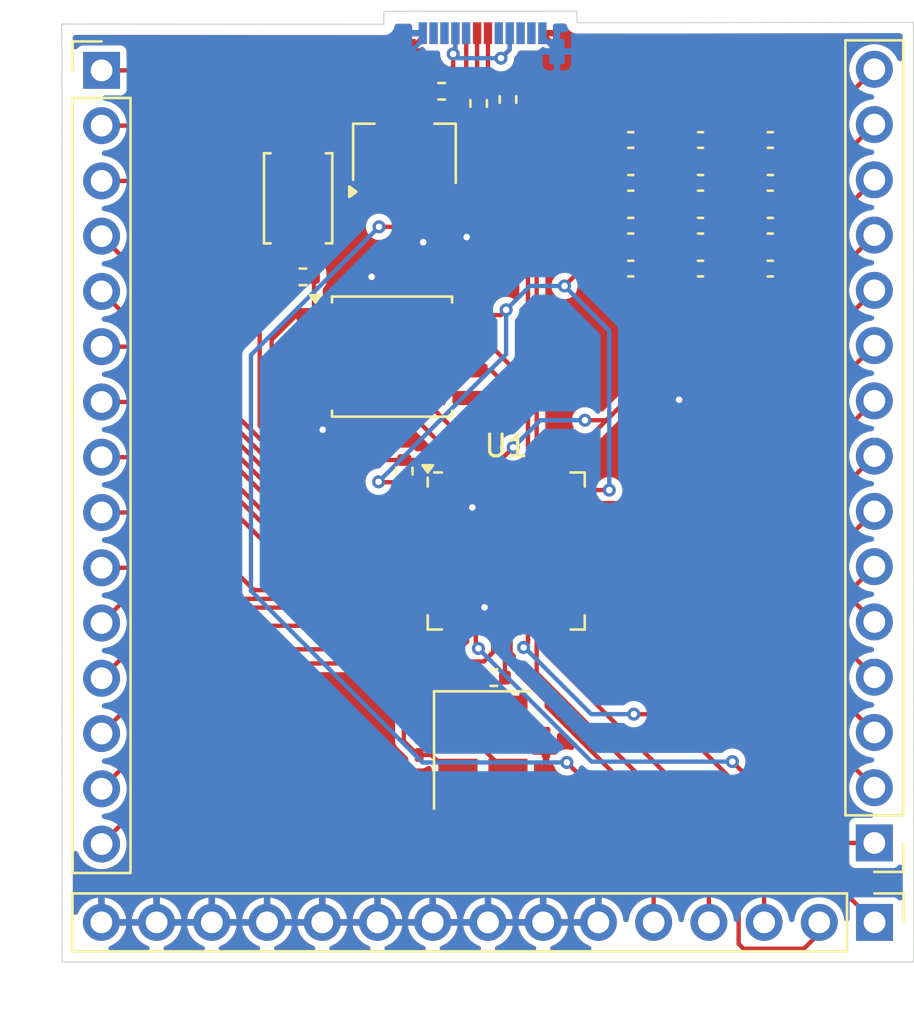
<source format=kicad_pcb>
(kicad_pcb (version 20241229) (generator "pcbnew") (generator_version "9.0")
  (layers (0 "F.Cu" signal) (2 "B.Cu" signal) (13 "F.Paste" user) (15 "B.Paste" user) (5 "F.SilkS" user "F.Silkscreen") (7 "B.SilkS" user "B.Silkscreen") (1 "F.Mask" user) (3 "B.Mask" user) (25 "Edge.Cuts" user))
  (net 0 "")
  (net 1 "GND")
  (net 2 "+3.3V")
  (net 3 "+1V1")
  (net 4 "VBUS")
  (net 5 "XIN")
  (net 6 "Net-(C16-Pad2)")
  (net 7 "3")
  (net 8 "9")
  (net 9 "5")
  (net 10 "4")
  (net 11 "6")
  (net 12 "7")
  (net 13 "12")
  (net 14 "0")
  (net 15 "13")
  (net 16 "10")
  (net 17 "8")
  (net 18 "14")
  (net 19 "2")
  (net 20 "1")
  (net 21 "11")
  (net 22 "RUN")
  (net 23 "SWCLK")
  (net 24 "SWD")
  (net 25 "ADC2")
  (net 26 "ADC1")
  (net 27 "24")
  (net 28 "19")
  (net 29 "23")
  (net 30 "ADC3")
  (net 31 "18")
  (net 32 "ADC0")
  (net 33 "16")
  (net 34 "15")
  (net 35 "21")
  (net 36 "25")
  (net 37 "22")
  (net 38 "17")
  (net 39 "20")
  (net 41 "D-")
  (net 42 "D+")
  (net 43 "Net-(P1-CC)")
  (net 44 "Net-(U1-USB_DP)")
  (net 45 "Net-(U1-USB_DM)")
  (net 46 "XOUT")
  (net 47 "SS")
  (net 48 "Net-(R6-Pad1)")
  (net 49 "SD2")
  (net 50 "SCLK")
  (net 51 "SD0")
  (net 52 "SD1")
  (net 53 "SD3")
  (footprint "Capacitor_SMD:C_0402_1005Metric_Pad0.74x0.62mm_HandSolder" (layer "F.Cu") (at 106.3675 57.36)
    (property "Reference" "C3" (hide yes))
    (property "Value" "0.1uF")
  )
  (footprint "Capacitor_SMD:C_0402_1005Metric_Pad0.74x0.62mm_HandSolder" (layer "F.Cu") (at 106.3675 59.33)
    (property "Reference" "C4" (hide yes))
    (property "Value" "0.1uF")
  )
  (footprint "Button_Switch_SMD:SW_Push_SPST_NO_Alps_SKRK" (layer "F.Cu") (at 91.07 56.1 -90)
    (property "Reference" "SW1" (hide yes))
    (property "Value" "SW_Push")
  )
  (footprint "Resistor_SMD:R_0402_1005Metric" (layer "F.Cu") (at 99.37 51.74 -90)
    (property "Reference" "R2" (hide yes))
    (property "Value" "27")
  )
  (footprint "Resistor_SMD:R_0402_1005Metric" (layer "F.Cu") (at 91.29 59.71)
    (property "Reference" "R6" (hide yes))
    (property "Value" "1K")
  )
  (footprint "Resistor_SMD:R_0402_1005Metric" (layer "F.Cu") (at 100.07 78.13)
    (property "Reference" "R4" (hide yes))
    (property "Value" "1K")
  )
  (footprint "Capacitor_SMD:C_0402_1005Metric_Pad0.74x0.62mm_HandSolder" (layer "F.Cu") (at 109.5775 55.39)
    (property "Reference" "C6" (hide yes))
    (property "Value" "0.1uF")
  )
  (footprint "Connector_USB:USB_C_Plug_Molex_105444" (layer "F.Cu") (at 99.55 48.47)
    (property "Reference" "P1" (hide yes))
    (property "Value" "USB_C_Plug_USB2.0" (hide yes))
  )
  (footprint "Package_SO:SOIC-8_5.3x5.3mm_P1.27mm" (layer "F.Cu") (at 95.3875 63.375)
    (property "Reference" "U3" (hide yes))
    (property "Value" "W25Q128JVS")
  )
  (footprint "Capacitor_SMD:C_0201_0603Metric_Pad0.64x0.40mm_HandSolder" (layer "F.Cu") (at 102.47 81.1175 90)
    (property "Reference" "C16" (hide yes))
    (property "Value" "15pF")
  )
  (footprint "Capacitor_SMD:C_0402_1005Metric_Pad0.74x0.62mm_HandSolder" (layer "F.Cu") (at 109.5775 57.36)
    (property "Reference" "C7" (hide yes))
    (property "Value" "0.1uF")
  )
  (footprint "Capacitor_SMD:C_0402_1005Metric_Pad0.74x0.62mm_HandSolder" (layer "F.Cu") (at 112.7875 53.42)
    (property "Reference" "C9" (hide yes))
    (property "Value" "1uF")
  )
  (footprint "Capacitor_SMD:C_0201_0603Metric_Pad0.64x0.40mm_HandSolder" (layer "F.Cu") (at 96.64 81.2775 -90)
    (property "Reference" "C15" (hide yes))
    (property "Value" "15pF")
  )
  (footprint "Package_DFN_QFN:QFN-56-1EP_7x7mm_P0.4mm_EP3.2x3.2mm" (layer "F.Cu") (at 100.64 72.31)
    (property "Reference" "U1")
    (property "Value" "RP2040")
  )
  (footprint "Capacitor_SMD:C_0402_1005Metric_Pad0.74x0.62mm_HandSolder" (layer "F.Cu") (at 112.7875 59.33)
    (property "Reference" "C12" (hide yes))
    (property "Value" "1uF")
  )
  (footprint "Capacitor_SMD:C_0402_1005Metric_Pad0.74x0.62mm_HandSolder" (layer "F.Cu") (at 106.3675 53.42)
    (property "Reference" "C1" (hide yes))
    (property "Value" "0.1uF")
  )
  (footprint "Crystal:Crystal_SMD_3225-4Pin_3.2x2.5mm_HandSoldering" (layer "F.Cu") (at 99.57 81.46 -90)
    (property "Reference" "Y1" (hide yes))
    (property "Value" "12MHz")
  )
  (footprint "Resistor_SMD:R_0402_1005Metric" (layer "F.Cu") (at 100.72 51.56 -90)
    (property "Reference" "R3" (hide yes))
    (property "Value" "27")
  )
  (footprint "Capacitor_SMD:C_0402_1005Metric_Pad0.74x0.62mm_HandSolder" (layer "F.Cu") (at 109.5775 53.42)
    (property "Reference" "C5" (hide yes))
    (property "Value" "0.1uF")
  )
  (footprint "Capacitor_SMD:C_0402_1005Metric_Pad0.74x0.62mm_HandSolder" (layer "F.Cu") (at 109.5775 59.33)
    (property "Reference" "C8" (hide yes))
    (property "Value" "0.1uF")
  )
  (footprint "Capacitor_SMD:C_0201_0603Metric_Pad0.64x0.40mm_HandSolder" (layer "F.Cu") (at 95.94 57.78 -90)
    (property "Reference" "C13" (hide yes))
    (property "Value" "10uF")
  )
  (footprint "Connector_PinHeader_2.54mm:PinHeader_1x15_P2.54mm_Vertical" (layer "F.Cu") (at 117.57 85.73 180)
    (property "Reference" "J3" (hide yes))
    (property "Value" "Conn_01x15" (hide yes))
  )
  (footprint "Capacitor_SMD:C_0201_0603Metric_Pad0.64x0.40mm_HandSolder" (layer "F.Cu") (at 95.94 59.5825 90)
    (property "Reference" "C14" (hide yes))
    (property "Value" "10uF")
  )
  (footprint "Connector_PinHeader_2.54mm:PinHeader_1x15_P2.54mm_Vertical" (layer "F.Cu") (at 82.03 50.22)
    (property "Reference" "J1" (hide yes))
    (property "Value" "Conn_01x15")
  )
  (footprint "Resistor_SMD:R_0402_1005Metric" (layer "F.Cu") (at 97.67 51.18 180)
    (property "Reference" "R1" (hide yes))
    (property "Value" "R")
  )
  (footprint "Capacitor_SMD:C_0402_1005Metric_Pad0.74x0.62mm_HandSolder" (layer "F.Cu") (at 112.7875 55.39)
    (property "Reference" "C10" (hide yes))
    (property "Value" "0.1uF")
  )
  (footprint "Package_TO_SOT_SMD:SOT-89-3" (layer "F.Cu") (at 95.96 54.03 90)
    (property "Reference" "U2" (hide yes))
    (property "Value" "MCP1700x-120xxMB")
  )
  (footprint "Capacitor_SMD:C_0402_1005Metric_Pad0.74x0.62mm_HandSolder" (layer "F.Cu") (at 112.7875 57.36)
    (property "Reference" "C11" (hide yes))
    (property "Value" "0.1uF")
  )
  (footprint "Connector_PinHeader_2.54mm:PinHeader_1x15_P2.54mm_Vertical" (layer "F.Cu") (at 117.58 89.38 -90)
    (property "Reference" "J2" (hide yes))
    (property "Value" "Conn_01x15")
  )
  (footprint "Resistor_SMD:R_0402_1005Metric" (layer "F.Cu") (at 95.95 68.64 90)
    (property "Reference" "R5" (hide yes))
    (property "Value" "10K")
  )
  (footprint "Capacitor_SMD:C_0402_1005Metric_Pad0.74x0.62mm_HandSolder" (layer "F.Cu") (at 106.3675 55.39)
    (property "Reference" "C2" (hide yes))
    (property "Value" "0.1uF")
  )
  (gr_line (start 103.91 48.03) (end 119.37 48.01) (stroke (width 0.05)) (layer "Edge.Cuts"))
  (gr_line (start 96.14 47.5) (end 96.46 47.5) (stroke (width 0.05)) (layer "Edge.Cuts"))
  (gr_line (start 102.78 47.5) (end 103.36 47.5) (stroke (width 0.05)) (layer "Edge.Cuts"))
  (gr_line (start 119.37 48.34) (end 119.38 91.2) (stroke (width 0.05)) (layer "Edge.Cuts"))
  (gr_line (start 103.87 47.5) (end 103.91 48.03) (stroke (width 0.05)) (layer "Edge.Cuts"))
  (gr_line (start 96.46 47.5) (end 102.78 47.5) (stroke (width 0.05)) (layer "Edge.Cuts"))
  (gr_line (start 95.01 48.1) (end 80.2 48.09) (stroke (width 0.05)) (layer "Edge.Cuts"))
  (gr_line (start 95.01 47.515) (end 96.14 47.5) (stroke (width 0.05)) (layer "Edge.Cuts"))
  (gr_line (start 80.2 48.4) (end 80.199928 48.09) (stroke (width 0.05)) (layer "Edge.Cuts"))
  (gr_line (start 119.38 91.2) (end 80.21 91.2) (stroke (width 0.05)) (layer "Edge.Cuts"))
  (gr_line (start 119.369923 48.01) (end 119.37 48.34) (stroke (width 0.05)) (layer "Edge.Cuts"))
  (gr_line (start 103.36 47.5) (end 103.87 47.5) (stroke (width 0.05)) (layer "Edge.Cuts"))
  (gr_line (start 80.21 91.2) (end 80.2 48.4) (stroke (width 0.05)) (layer "Edge.Cuts"))
  (gr_line (start 95.01 47.515) (end 95.01 48.1) (stroke (width 0.05)) (layer "Edge.Cuts"))
  (segment (start 98.82 52.84) (end 98.82 57.88) (width 0.2) (layer "F.Cu") (net 1))
  (segment (start 96.13 49.35) (end 96.8 48.68) (width 0.2) (layer "F.Cu") (net 1))
  (segment (start 102.3 48.51) (end 106.198 52.408) (width 0.2) (layer "F.Cu") (net 1))
  (segment (start 96.8 48.68) (end 96.8 48.51) (width 0.2) (layer "F.Cu") (net 1))
  (segment (start 91.8 65.28) (end 91.8 66.34) (width 0.2) (layer "F.Cu") (net 1))
  (segment (start 99.64 75.7475) (end 99.64 74.9) (width 0.2) (layer "F.Cu") (net 1))
  (segment (start 112.343 52.408) (end 113.355 53.42) (width 0.2) (layer "F.Cu") (net 1))
  (segment (start 96.7525 58.1875) (end 96.82 58.12) (width 0.2) (layer "F.Cu") (net 1))
  (segment (start 100.64 72.31) (end 99.08 70.75) (width 0.2) (layer "F.Cu") (net 1))
  (segment (start 95.94 59.175) (end 94.985 59.175) (width 0.2) (layer "F.Cu") (net 1))
  (segment (start 99.08 70.75) (end 99.08 70.31) (width 0.2) (layer "F.Cu") (net 1))
  (segment (start 98.42 80.25) (end 100.72 82.55) (width 0.2) (layer "F.Cu") (net 1))
  (segment (start 106.198 52.408) (end 112.343 52.408) (width 0.2) (layer "F.Cu") (net 1))
  (segment (start 102.47 81.525) (end 102.47 82.74) (width 0.2) (layer "F.Cu") (net 1))
  (segment (start 102.47 82.74) (end 102.3 82.91) (width 0.2) (layer "F.Cu") (net 1))
  (segment (start 95.94 58.1875) (end 96.7525 58.1875) (width 0.2) (layer "F.Cu") (net 1))
  (segment (start 100.72 82.55) (end 100.72 82.91) (width 0.2) (layer "F.Cu") (net 1))
  (segment (start 97.5 80.01) (end 96.64 80.87) (width 0.2) (layer "F.Cu") (net 1))
  (segment (start 102.3 82.91) (end 100.72 82.91) (width 0.2) (layer "F.Cu") (net 1))
  (segment (start 94.985 59.175) (end 94.45 59.71) (width 0.2) (layer "F.Cu") (net 1))
  (segment (start 91.8 66.34) (end 92.2 66.74) (width 0.2) (layer "F.Cu") (net 1))
  (segment (start 98.42 80.01) (end 98.42 80.25) (width 0.2) (layer "F.Cu") (net 1))
  (segment (start 98.42 80.01) (end 97.5 80.01) (width 0.2) (layer "F.Cu") (net 1))
  (segment (start 97.16 51.18) (end 98.82 52.84) (width 0.2) (layer "F.Cu") (net 1))
  (via (at 94.45 59.71) (size 0.6) (drill 0.3) (layers "F.Cu" "B.Cu") (net 1))
  (via (at 96.82 58.12) (size 0.6) (drill 0.3) (layers "F.Cu" "B.Cu") (net 1))
  (via (at 98.82 57.88) (size 0.6) (drill 0.3) (layers "F.Cu" "B.Cu") (net 1))
  (via (at 99.64 74.9) (size 0.6) (drill 0.3) (layers "F.Cu" "B.Cu") (net 1))
  (via (at 92.2 66.74) (size 0.6) (drill 0.3) (layers "F.Cu" "B.Cu") (net 1))
  (via (at 108.59 65.36) (size 0.6) (drill 0.3) (layers "F.Cu" "B.Cu") (net 1))
  (via (at 99.08 70.31) (size 0.6) (drill 0.3) (layers "F.Cu" "B.Cu") (net 1))
  (segment (start 97.06 57.88) (end 96.82 58.12) (width 0.2) (layer "B.Cu") (net 1))
  (segment (start 102.3 48.51) (end 102.3 48.68) (width 0.2) (layer "B.Cu") (net 1))
  (segment (start 102.3 48.68) (end 102.97 49.35) (width 0.2) (layer "B.Cu") (net 1))
  (segment (start 96.8 48.82) (end 96.32 49.3) (width 0.2) (layer "B.Cu") (net 1))
  (segment (start 98.82 57.88) (end 97.06 57.88) (width 0.2) (layer "B.Cu") (net 1))
  (segment (start 96.32 49.3) (end 94.34 49.3) (width 0.2) (layer "B.Cu") (net 1))
  (segment (start 96.8 48.51) (end 96.8 48.82) (width 0.2) (layer "B.Cu") (net 1))
  (segment (start 103.52 73.31) (end 103.15 72.94) (width 0.2) (layer "F.Cu") (net 2))
  (segment (start 98.64 74.02) (end 97.93 73.31) (width 0.2) (layer "F.Cu") (net 2))
  (segment (start 103.24 68.8725) (end 103.84875 69.48125) (width 0.2) (layer "F.Cu") (net 2))
  (segment (start 94.79 69.15) (end 94.77 69.13) (width 0.2) (layer "F.Cu") (net 2))
  (segment (start 103.84875 69.48125) (end 104.0775 69.71) (width 0.2) (layer "F.Cu") (net 2))
  (segment (start 101.151 77.57) (end 101.151 77.889) (width 0.2) (layer "F.Cu") (net 2))
  (segment (start 100.981 77.4) (end 101.151 77.57) (width 0.2) (layer "F.Cu") (net 2))
  (segment (start 105.8 59.33) (end 105.8 53.42) (width 0.2) (layer "F.Cu") (net 2))
  (segment (start 100.84 68.8725) (end 100.84 69.54) (width 0.2) (layer "F.Cu") (net 2))
  (segment (start 100.981 77.131) (end 100.981 77.4) (width 0.2) (layer "F.Cu") (net 2))
  (segment (start 98.48 69.71) (end 97.2025 69.71) (width 0.2) (layer "F.Cu") (net 2))
  (segment (start 111.609 52.809) (end 109.621 52.809) (width 0.2) (layer "F.Cu") (net 2))
  (segment (start 109.01 53.42) (end 108.399 52.809) (width 0.2) (layer "F.Cu") (net 2))
  (segment (start 108.399 52.809) (end 106.411 52.809) (width 0.2) (layer "F.Cu") (net 2))
  (segment (start 106.411 52.809) (end 105.8 53.42) (width 0.2) (layer "F.Cu") (net 2))
  (segment (start 102.84 68.8725) (end 103.24 68.8725) (width 0.2) (layer "F.Cu") (net 2))
  (segment (start 100.84 75.21) (end 99.93 74.3) (width 0.2) (layer "F.Cu") (net 2))
  (segment (start 97.42 61.47) (end 98.975 61.47) (width 0.2) (layer "F.Cu") (net 2))
  (segment (start 100.84 68.8725) (end 101.24 68.8725) (width 0.2) (layer "F.Cu") (net 2))
  (segment (start 103.15 70.102226) (end 103.770976 69.48125) (width 0.2) (layer "F.Cu") (net 2))
  (segment (start 98.975 61.47) (end 100.39 61.47) (width 0.2) (layer "F.Cu") (net 2))
  (segment (start 104.12 59.33) (end 103.32 60.13) (width 0.2) (layer "F.Cu") (net 2))
  (segment (start 100.84 75.7475) (end 100.84 75.21) (width 0.2) (layer "F.Cu") (net 2))
  (segment (start 100.84 69.54) (end 100.67 69.71) (width 0.2) (layer "F.Cu") (net 2))
  (segment (start 96.139999 59.99) (end 95.94 59.99) (width 0.2) (layer "F.Cu") (net 2))
  (segment (start 109.01 59.33) (end 109.01 53.42) (width 0.2) (layer "F.Cu") (net 2))
  (segment (start 100.84 75.7475) (end 100.84 76.99) (width 0.2) (layer "F.Cu") (net 2))
  (segment (start 101.151 77.889) (end 102.5 79.238) (width 0.2) (layer "F.Cu") (net 2))
  (segment (start 98.48 72.76) (end 98.48 69.71) (width 0.2) (layer "F.Cu") (net 2))
  (segment (start 102.5 79.238) (end 102.5 79.45) (width 0.2) (layer "F.Cu") (net 2))
  (segment (start 100.84 76.99) (end 100.981 77.131) (width 0.2) (layer "F.Cu") (net 2))
  (segment (start 103.15 72.94) (end 103.15 70.102226) (width 0.2) (layer "F.Cu") (net 2))
  (segment (start 97.93 73.31) (end 98.48 72.76) (width 0.2) (layer "F.Cu") (net 2))
  (segment (start 100.67 69.71) (end 98.48 69.71) (width 0.2) (layer "F.Cu") (net 2))
  (segment (start 97.2025 73.31) (end 97.93 73.31) (width 0.2) (layer "F.Cu") (net 2))
  (segment (start 105.8 59.33) (end 104.12 59.33) (width 0.2) (layer "F.Cu") (net 2))
  (segment (start 96.51 69.71) (end 95.95 69.15) (width 0.2) (layer "F.Cu") (net 2))
  (segment (start 95.94 59.99) (end 97.42 61.47) (width 0.2) (layer "F.Cu") (net 2))
  (segment (start 102.5 79.45) (end 109.96 86.91) (width 0.2) (layer "F.Cu") (net 2))
  (segment (start 98.64 74.3) (end 98.64 74.02) (width 0.2) (layer "F.Cu") (net 2))
  (segment (start 99.93 74.3) (end 98.64 74.3) (width 0.2) (layer "F.Cu") (net 2))
  (segment (start 104.2775 69.51) (end 104.0775 69.71) (width 0.2) (layer "F.Cu") (net 2))
  (segment (start 97.46 58.669999) (end 96.139999 59.99) (width 0.2) (layer "F.Cu") (net 2))
  (segment (start 95.95 69.15) (end 94.79 69.15) (width 0.2) (layer "F.Cu") (net 2))
  (segment (start 104.0775 73.31) (end 103.52 73.31) (width 0.2) (layer "F.Cu") (net 2))
  (segment (start 109.96 86.91) (end 109.96 89.38) (width 0.2) (layer "F.Cu") (net 2))
  (segment (start 112.22 53.42) (end 111.609 52.809) (width 0.2) (layer "F.Cu") (net 2))
  (segment (start 109.621 52.809) (end 109.01 53.42) (width 0.2) (layer "F.Cu") (net 2))
  (segment (start 100.39 61.47) (end 100.635 61.225) (width 0.2) (layer "F.Cu") (net 2))
  (segment (start 103.770976 69.48125) (end 103.84875 69.48125) (width 0.2) (layer "F.Cu") (net 2))
  (segment (start 97.46 55.98) (end 97.46 58.669999) (width 0.2) (layer "F.Cu") (net 2))
  (segment (start 97.2025 69.71) (end 96.51 69.71) (width 0.2) (layer "F.Cu") (net 2))
  (segment (start 105.38 69.51) (end 104.2775 69.51) (width 0.2) (layer "F.Cu") (net 2))
  (via (at 100.635 61.225) (size 0.6) (drill 0.3) (layers "F.Cu" "B.Cu") (net 2))
  (via (at 103.32 60.13) (size 0.6) (drill 0.3) (layers "F.Cu" "B.Cu") (net 2))
  (via (at 94.77 69.13) (size 0.6) (drill 0.3) (layers "F.Cu" "B.Cu") (net 2))
  (via (at 105.38 69.51) (size 0.6) (drill 0.3) (layers "F.Cu" "B.Cu") (net 2))
  (segment (start 94.77 69.13) (end 100.635 63.265) (width 0.2) (layer "B.Cu") (net 2))
  (segment (start 100.635 63.265) (end 100.635 61.225) (width 0.2) (layer "B.Cu") (net 2))
  (segment (start 103.32 60.13) (end 101.73 60.13) (width 0.2) (layer "B.Cu") (net 2))
  (segment (start 101.73 60.13) (end 100.635 61.225) (width 0.2) (layer "B.Cu") (net 2))
  (segment (start 105.38 62.19) (end 105.38 69.51) (width 0.2) (layer "B.Cu") (net 2))
  (segment (start 103.32 60.13) (end 105.38 62.19) (width 0.2) (layer "B.Cu") (net 2))
  (segment (start 100.58 61.28) (end 100.635 61.225) (width 0.2) (layer "B.Cu") (net 2))
  (segment (start 104.39 67.16) (end 105.5 66.05) (width 0.2) (layer "F.Cu") (net 3))
  (segment (start 101.489 74.211) (end 102.541 74.211) (width 0.2) (layer "F.Cu") (net 3))
  (segment (start 112.22 59.33) (end 112.22 55.39) (width 0.2) (layer "F.Cu") (net 3))
  (segment (start 100.44 68.07) (end 100.96 67.55) (width 0.2) (layer "F.Cu") (net 3))
  (segment (start 104.26 66.3) (end 105.25 66.3) (width 0.2) (layer "F.Cu") (net 3))
  (segment (start 101.24 75.7475) (end 101.24 74.46) (width 0.2) (layer "F.Cu") (net 3))
  (segment (start 101.24 74.46) (end 101.489 74.211) (width 0.2) (layer "F.Cu") (net 3))
  (segment (start 102.541 74.211) (end 102.541 70.161) (width 0.2) (layer "F.Cu") (net 3))
  (segment (start 103.61 67.16) (end 104.39 67.16) (width 0.2) (layer "F.Cu") (net 3))
  (segment (start 102.44 68.33) (end 103.61 67.16) (width 0.2) (layer "F.Cu") (net 3))
  (segment (start 102.541 70.161) (end 102.44 70.06) (width 0.2) (layer "F.Cu") (net 3))
  (segment (start 102.44 70.06) (end 102.44 68.8725) (width 0.2) (layer "F.Cu") (net 3))
  (segment (start 102.44 68.8725) (end 102.44 68.33) (width 0.2) (layer "F.Cu") (net 3))
  (segment (start 105.5 66.05) (end 112.22 59.33) (width 0.2) (layer "F.Cu") (net 3))
  (segment (start 100.44 68.8725) (end 100.44 68.07) (width 0.2) (layer "F.Cu") (net 3))
  (segment (start 105.25 66.3) (end 105.5 66.05) (width 0.2) (layer "F.Cu") (net 3))
  (via (at 100.96 67.55) (size 0.6) (drill 0.3) (layers "F.Cu" "B.Cu") (net 3))
  (via (at 104.26 66.3) (size 0.6) (drill 0.3) (layers "F.Cu" "B.Cu") (net 3))
  (segment (start 100.96 67.55) (end 102.21 66.3) (width 0.2) (layer "B.Cu") (net 3))
  (segment (start 102.21 66.3) (end 104.26 66.3) (width 0.2) (layer "B.Cu") (net 3))
  (segment (start 100.8 48.51) (end 100.8 49.26) (width 0.2) (layer "F.Cu") (net 4))
  (segment (start 107.42 86.02) (end 107.42 89.38) (width 0.2) (layer "F.Cu") (net 4))
  (segment (start 97.7 50.54) (end 98.2 50.04) (width 0.2) (layer "F.Cu") (net 4))
  (segment (start 100.8 49.26) (end 100.4 49.66) (width 0.2) (layer "F.Cu") (net 4))
  (segment (start 95.94 57.3725) (end 95.94 55.9125) (width 0.2) (layer "F.Cu") (net 4))
  (segment (start 98.3 49.363761) (end 98.3 48.51) (width 0.2) (layer "F.Cu") (net 4))
  (segment (start 98.3 49.302) (end 98.3 48.51) (width 0.2) (layer "F.Cu") (net 4))
  (segment (start 94.79 57.41) (end 95.9025 57.41) (width 0.2) (layer "F.Cu") (net 4))
  (segment (start 98.2 49.463761) (end 98.3 49.363761) (width 0.2) (layer "F.Cu") (net 4))
  (segment (start 103.43 82.03) (end 107.42 86.02) (width 0.2) (layer "F.Cu") (net 4))
  (segment (start 95.9025 57.41) (end 95.94 57.3725) (width 0.2) (layer "F.Cu") (net 4))
  (segment (start 98.2 50.04) (end 98.2 49.463761) (width 0.2) (layer "F.Cu") (net 4))
  (segment (start 95.96 51.047) (end 96.467 50.54) (width 0.2) (layer "F.Cu") (net 4))
  (segment (start 95.94 55.9125) (end 95.96 55.8925) (width 0.2) (layer "F.Cu") (net 4))
  (segment (start 95.96 55.8925) (end 95.96 51.047) (width 0.2) (layer "F.Cu") (net 4))
  (segment (start 96.467 50.54) (end 97.7 50.54) (width 0.2) (layer "F.Cu") (net 4))
  (segment (start 98.291 49.311) (end 98.3 49.302) (width 0.2) (layer "F.Cu") (net 4))
  (via (at 98.2 49.463761) (size 0.6) (drill 0.3) (layers "F.Cu" "B.Cu") (net 4))
  (via (at 103.43 82.03) (size 0.6) (drill 0.3) (layers "F.Cu" "B.Cu") (net 4))
  (via (at 94.79 57.41) (size 0.6) (drill 0.3) (layers "F.Cu" "B.Cu") (net 4))
  (via (at 100.4 49.66) (size 0.6) (drill 0.3) (layers "F.Cu" "B.Cu") (net 4))
  (segment (start 100.8 49.26) (end 100.4 49.66) (width 0.2) (layer "B.Cu") (net 4))
  (segment (start 100.8 48.51) (end 100.8 49.26) (width 0.2) (layer "B.Cu") (net 4))
  (segment (start 94.79 57.44) (end 94.79 57.41) (width 0.2) (layer "B.Cu") (net 4))
  (segment (start 88.9 63.3) (end 94.79 57.41) (width 0.2) (layer "B.Cu") (net 4))
  (segment (start 98.2 49.463761) (end 98.3 49.363761) (width 0.2) (layer "B.Cu") (net 4))
  (segment (start 88.9 74.14) (end 88.9 63.3) (width 0.2) (layer "B.Cu") (net 4))
  (segment (start 98.3 49.363761) (end 98.3 48.51) (width 0.2) (layer "B.Cu") (net 4))
  (segment (start 96.79 82.03) (end 88.9 74.14) (width 0.2) (layer "B.Cu") (net 4))
  (segment (start 98.396239 49.66) (end 98.2 49.463761) (width 0.2) (layer "B.Cu") (net 4))
  (segment (start 103.43 82.03) (end 96.79 82.03) (width 0.2) (layer "B.Cu") (net 4))
  (segment (start 100.4 49.66) (end 98.396239 49.66) (width 0.2) (layer "B.Cu") (net 4))
  (segment (start 94.86 57.51) (end 94.79 57.44) (width 0.2) (layer "B.Cu") (net 4))
  (segment (start 95.93 79.9471) (end 95.93 81.04737) (width 0.2) (layer "F.Cu") (net 5))
  (segment (start 96.56763 81.685) (end 96.64 81.685) (width 0.2) (layer "F.Cu") (net 5))
  (segment (start 99.608943 77.391) (end 100.04 76.959943) (width 0.2) (layer "F.Cu") (net 5))
  (segment (start 98.4861 77.391) (end 99.608943 77.391) (width 0.2) (layer "F.Cu") (net 5))
  (segment (start 95.93 79.9471) (end 98.4861 77.391) (width 0.2) (layer "F.Cu") (net 5))
  (segment (start 96.64 81.685) (end 97.195 81.685) (width 0.2) (layer "F.Cu") (net 5))
  (segment (start 100.04 76.959943) (end 100.04 75.7475) (width 0.2) (layer "F.Cu") (net 5))
  (segment (start 95.93 81.04737) (end 96.56763 81.685) (width 0.2) (layer "F.Cu") (net 5))
  (segment (start 97.195 81.685) (end 98.42 82.91) (width 0.2) (layer "F.Cu") (net 5))
  (segment (start 100.72 79.29) (end 99.56 78.13) (width 0.2) (layer "F.Cu") (net 6))
  (segment (start 101.77 80.01) (end 102.47 80.71) (width 0.2) (layer "F.Cu") (net 6))
  (segment (start 101.34 78.905) (end 101.34 79.625) (width 0.2) (layer "F.Cu") (net 6))
  (segment (start 100.72 80.01) (end 101.77 80.01) (width 0.2) (layer "F.Cu") (net 6))
  (segment (start 100.72 80.01) (end 100.72 79.29) (width 0.2) (layer "F.Cu") (net 6))
  (segment (start 97.2025 71.31) (end 92.29 71.31) (width 0.2) (layer "F.Cu") (net 7))
  (segment (start 87.18 58.79) (end 82.98 58.79) (width 0.2) (layer "F.Cu") (net 7))
  (segment (start 92.29 71.31) (end 87.18 66.2) (width 0.2) (layer "F.Cu") (net 7))
  (segment (start 87.18 66.2) (end 87.18 58.79) (width 0.2) (layer "F.Cu") (net 7))
  (segment (start 82.98 58.79) (end 82.03 57.84) (width 0.2) (layer "F.Cu") (net 7))
  (segment (start 88.01 73.08) (end 82.03 73.08) (width 0.2) (layer "F.Cu") (net 8))
  (segment (start 89.04 74.11) (end 88.01 73.08) (width 0.2) (layer "F.Cu") (net 8))
  (segment (start 97.2025 74.11) (end 89.04 74.11) (width 0.2) (layer "F.Cu") (net 8))
  (segment (start 91.9 72.11) (end 85.66 65.87) (width 0.2) (layer "F.Cu") (net 9))
  (segment (start 85.66 64.59) (end 83.99 62.92) (width 0.2) (layer "F.Cu") (net 9))
  (segment (start 83.99 62.92) (end 82.03 62.92) (width 0.2) (layer "F.Cu") (net 9))
  (segment (start 85.66 65.87) (end 85.66 64.59) (width 0.2) (layer "F.Cu") (net 9))
  (segment (start 97.2025 72.11) (end 91.9 72.11) (width 0.2) (layer "F.Cu") (net 9))
  (segment (start 92.08 71.71) (end 86.76 66.39) (width 0.2) (layer "F.Cu") (net 10))
  (segment (start 97.2025 71.71) (end 92.08 71.71) (width 0.2) (layer "F.Cu") (net 10))
  (segment (start 86.76 61.45) (end 83.1 61.45) (width 0.2) (layer "F.Cu") (net 10))
  (segment (start 83.1 61.45) (end 82.03 60.38) (width 0.2) (layer "F.Cu") (net 10))
  (segment (start 86.76 66.39) (end 86.76 61.45) (width 0.2) (layer "F.Cu") (net 10))
  (segment (start 97.2025 72.51) (end 91.47 72.51) (width 0.2) (layer "F.Cu") (net 11))
  (segment (start 91.47 72.51) (end 84.42 65.46) (width 0.2) (layer "F.Cu") (net 11))
  (segment (start 84.42 65.46) (end 82.03 65.46) (width 0.2) (layer "F.Cu") (net 11))
  (segment (start 91.3029 72.91) (end 86.3929 68) (width 0.2) (layer "F.Cu") (net 12))
  (segment (start 97.2025 72.91) (end 91.3029 72.91) (width 0.2) (layer "F.Cu") (net 12))
  (segment (start 86.3929 68) (end 82.03 68) (width 0.2) (layer "F.Cu") (net 12))
  (segment (start 87.9175 75.7475) (end 87.86 75.69) (width 0.2) (layer "F.Cu") (net 13))
  (segment (start 87.04 75.69) (end 82.03 80.7) (width 0.2) (layer "F.Cu") (net 13))
  (segment (start 98.04 75.7475) (end 87.9175 75.7475) (width 0.2) (layer "F.Cu") (net 13))
  (segment (start 87.86 75.69) (end 87.04 75.69) (width 0.2) (layer "F.Cu") (net 13))
  (segment (start 97.2025 70.11) (end 92.8529 70.11) (width 0.2) (layer "F.Cu") (net 14))
  (segment (start 86.65 50.22) (end 82.03 50.22) (width 0.2) (layer "F.Cu") (net 14))
  (segment (start 89.3 52.87) (end 86.65 50.22) (width 0.2) (layer "F.Cu") (net 14))
  (segment (start 92.8529 70.11) (end 89.3 66.5571) (width 0.2) (layer "F.Cu") (net 14))
  (segment (start 89.3 66.5571) (end 89.3 52.87) (width 0.2) (layer "F.Cu") (net 14))
  (segment (start 88.44 76.83) (end 82.03 83.24) (width 0.2) (layer "F.Cu") (net 15))
  (segment (start 98.44 76.29) (end 97.9 76.83) (width 0.2) (layer "F.Cu") (net 15))
  (segment (start 98.44 75.7475) (end 98.44 76.29) (width 0.2) (layer "F.Cu") (net 15))
  (segment (start 97.9 76.83) (end 88.44 76.83) (width 0.2) (layer "F.Cu") (net 15))
  (segment (start 97.2025 74.51) (end 83.14 74.51) (width 0.2) (layer "F.Cu") (net 16))
  (segment (start 83.14 74.51) (end 82.03 75.62) (width 0.2) (layer "F.Cu") (net 16))
  (segment (start 91.32 73.71) (end 88.15 70.54) (width 0.2) (layer "F.Cu") (net 17))
  (segment (start 97.2025 73.71) (end 91.32 73.71) (width 0.2) (layer "F.Cu") (net 17))
  (segment (start 88.15 70.54) (end 82.03 70.54) (width 0.2) (layer "F.Cu") (net 17))
  (segment (start 97.83 77.48) (end 89.28 77.48) (width 0.2) (layer "F.Cu") (net 18))
  (segment (start 87.92 79.89) (end 82.03 85.78) (width 0.2) (layer "F.Cu") (net 18))
  (segment (start 87.92 78.84) (end 87.92 79.89) (width 0.2) (layer "F.Cu") (net 18))
  (segment (start 98.84 76.47) (end 97.83 77.48) (width 0.2) (layer "F.Cu") (net 18))
  (segment (start 98.84 75.7475) (end 98.84 76.47) (width 0.2) (layer "F.Cu") (net 18))
  (segment (start 89.28 77.48) (end 87.92 78.84) (width 0.2) (layer "F.Cu") (net 18))
  (segment (start 87.85 66.29) (end 87.85 57.49) (width 0.2) (layer "F.Cu") (net 19))
  (segment (start 85.66 55.3) (end 82.03 55.3) (width 0.2) (layer "F.Cu") (net 19))
  (segment (start 92.47 70.91) (end 87.85 66.29) (width 0.2) (layer "F.Cu") (net 19))
  (segment (start 87.85 57.49) (end 85.66 55.3) (width 0.2) (layer "F.Cu") (net 19))
  (segment (start 97.2025 70.91) (end 92.47 70.91) (width 0.2) (layer "F.Cu") (net 19))
  (segment (start 82.03 52.76) (end 86.13 52.76) (width 0.2) (layer "F.Cu") (net 20))
  (segment (start 97.2025 70.51) (end 92.67 70.51) (width 0.2) (layer "F.Cu") (net 20))
  (segment (start 86.13 52.76) (end 86.82 53.45) (width 0.2) (layer "F.Cu") (net 20))
  (segment (start 88.38 55.01) (end 86.82 53.45) (width 0.2) (layer "F.Cu") (net 20))
  (segment (start 92.67 70.51) (end 88.38 66.22) (width 0.2) (layer "F.Cu") (net 20))
  (segment (start 88.38 66.22) (end 88.38 55.01) (width 0.2) (layer "F.Cu") (net 20))
  (segment (start 85.28 74.91) (end 82.03 78.16) (width 0.2) (layer "F.Cu") (net 21))
  (segment (start 97.2025 74.91) (end 85.28 74.91) (width 0.2) (layer "F.Cu") (net 21))
  (segment (start 102.44 77.01) (end 102.44 75.7475) (width 0.2) (layer "F.Cu") (net 22))
  (segment (start 111.78 86.35) (end 102.44 77.01) (width 0.2) (layer "F.Cu") (net 22))
  (segment (start 112.5 89.38) (end 112.5 86.35) (width 0.2) (layer "F.Cu") (net 22))
  (segment (start 112.5 86.35) (end 111.78 86.35) (width 0.2) (layer "F.Cu") (net 22))
  (segment (start 117.58 89.38) (end 108.01 79.81) (width 0.2) (layer "F.Cu") (net 23))
  (segment (start 108.01 79.81) (end 106.51 79.81) (width 0.2) (layer "F.Cu") (net 23))
  (segment (start 101.64 75.7475) (end 101.64 76.544584) (width 0.2) (layer "F.Cu") (net 23))
  (segment (start 101.64 76.544584) (end 101.440001 76.744583) (width 0.2) (layer "F.Cu") (net 23))
  (via (at 101.440001 76.744583) (size 0.6) (drill 0.3) (layers "F.Cu" "B.Cu") (net 23))
  (via (at 106.51 79.81) (size 0.6) (drill 0.3) (layers "F.Cu" "B.Cu") (net 23))
  (segment (start 104.55 79.81) (end 101.484583 76.744583) (width 0.2) (layer "B.Cu") (net 23))
  (segment (start 101.484583 76.744583) (end 101.440001 76.744583) (width 0.2) (layer "B.Cu") (net 23))
  (segment (start 106.51 79.81) (end 104.55 79.81) (width 0.2) (layer "B.Cu") (net 23))
  (segment (start 102.04 77.92) (end 109.87 85.75) (width 0.2) (layer "F.Cu") (net 24))
  (segment (start 114.33 90.59) (end 115.04 89.88) (width 0.2) (layer "F.Cu") (net 24))
  (segment (start 111.55 90.59) (end 114.33 90.59) (width 0.2) (layer "F.Cu") (net 24))
  (segment (start 115.04 89.88) (end 115.04 89.38) (width 0.2) (layer "F.Cu") (net 24))
  (segment (start 110.4 85.75) (end 111.33 86.68) (width 0.2) (layer "F.Cu") (net 24))
  (segment (start 102.04 75.7475) (end 102.04 77.92) (width 0.2) (layer "F.Cu") (net 24))
  (segment (start 111.33 90.37) (end 111.55 90.59) (width 0.2) (layer "F.Cu") (net 24))
  (segment (start 109.87 85.75) (end 110.4 85.75) (width 0.2) (layer "F.Cu") (net 24))
  (segment (start 111.33 86.68) (end 111.33 90.37) (width 0.2) (layer "F.Cu") (net 24))
  (segment (start 113.38 64.0329) (end 106.9029 70.51) (width 0.2) (layer "F.Cu") (net 25))
  (segment (start 113.38 62.04) (end 113.38 64.0329) (width 0.2) (layer "F.Cu") (net 25))
  (segment (start 117.57 52.71) (end 114.88 55.4) (width 0.2) (layer "F.Cu") (net 25))
  (segment (start 106.9029 70.51) (end 104.0775 70.51) (width 0.2) (layer "F.Cu") (net 25))
  (segment (start 114.88 60.54) (end 113.38 62.04) (width 0.2) (layer "F.Cu") (net 25))
  (segment (start 114.88 55.4) (end 114.88 60.54) (width 0.2) (layer "F.Cu") (net 25))
  (segment (start 104.0775 70.91) (end 107.07 70.91) (width 0.2) (layer "F.Cu") (net 26))
  (segment (start 115.48 60.52) (end 115.48 57.34) (width 0.2) (layer "F.Cu") (net 26))
  (segment (start 113.79 64.19) (end 113.79 62.21) (width 0.2) (layer "F.Cu") (net 26))
  (segment (start 107.07 70.91) (end 113.79 64.19) (width 0.2) (layer "F.Cu") (net 26))
  (segment (start 115.48 57.34) (end 117.57 55.25) (width 0.2) (layer "F.Cu") (net 26))
  (segment (start 113.79 62.21) (end 115.48 60.52) (width 0.2) (layer "F.Cu") (net 26))
  (segment (start 108.33 72.11) (end 117.57 62.87) (width 0.2) (layer "F.Cu") (net 27))
  (segment (start 104.0775 72.11) (end 108.33 72.11) (width 0.2) (layer "F.Cu") (net 27))
  (segment (start 116.51 74.51) (end 117.57 75.57) (width 0.2) (layer "F.Cu") (net 28))
  (segment (start 104.0775 74.51) (end 116.51 74.51) (width 0.2) (layer "F.Cu") (net 28))
  (segment (start 110.47 72.51) (end 117.57 65.41) (width 0.2) (layer "F.Cu") (net 29))
  (segment (start 104.0775 72.51) (end 110.47 72.51) (width 0.2) (layer "F.Cu") (net 29))
  (segment (start 112.56 62.219) (end 114.479 60.3) (width 0.2) (layer "F.Cu") (net 30))
  (segment (start 104.0775 70.11) (end 106.14 70.11) (width 0.2) (layer "F.Cu") (net 30))
  (segment (start 112.56 63.69) (end 112.56 62.219) (width 0.2) (layer "F.Cu") (net 30))
  (segment (start 114.479 60.3) (end 114.479 53.261) (width 0.2) (layer "F.Cu") (net 30))
  (segment (start 114.479 53.261) (end 117.57 50.17) (width 0.2) (layer "F.Cu") (net 30))
  (segment (start 106.14 70.11) (end 112.56 63.69) (width 0.2) (layer "F.Cu") (net 30))
  (segment (start 104.0775 74.91) (end 114.37 74.91) (width 0.2) (layer "F.Cu") (net 31))
  (segment (start 114.37 74.91) (end 117.57 78.11) (width 0.2) (layer "F.Cu") (net 31))
  (segment (start 104.0775 71.31) (end 107.51 71.31) (width 0.2) (layer "F.Cu") (net 32))
  (segment (start 114.52 62.62) (end 116.18 60.96) (width 0.2) (layer "F.Cu") (net 32))
  (segment (start 116.18 59.18) (end 117.57 57.79) (width 0.2) (layer "F.Cu") (net 32))
  (segment (start 107.51 71.31) (end 114.52 64.3) (width 0.2) (layer "F.Cu") (net 32))
  (segment (start 116.18 60.96) (end 116.18 59.18) (width 0.2) (layer "F.Cu") (net 32))
  (segment (start 114.52 64.3) (end 114.52 62.62) (width 0.2) (layer "F.Cu") (net 32))
  (segment (start 105.38 78.84) (end 113.22 78.84) (width 0.2) (layer "F.Cu") (net 33))
  (segment (start 102.84 76.3) (end 105.38 78.84) (width 0.2) (layer "F.Cu") (net 33))
  (segment (start 102.84 75.7475) (end 102.84 76.3) (width 0.2) (layer "F.Cu") (net 33))
  (segment (start 113.22 78.84) (end 117.57 83.19) (width 0.2) (layer "F.Cu") (net 33))
  (segment (start 99.24 76.67) (end 99.36 76.79) (width 0.2) (layer "F.Cu") (net 34))
  (segment (start 114.77853 85.73) (end 111.039265 81.990735) (width 0.2) (layer "F.Cu") (net 34))
  (segment (start 99.24 75.7475) (end 99.24 76.67) (width 0.2) (layer "F.Cu") (net 34))
  (segment (start 117.57 85.73) (end 114.77853 85.73) (width 0.2) (layer "F.Cu") (net 34))
  (via (at 111.039265 81.990735) (size 0.6) (drill 0.3) (layers "F.Cu" "B.Cu") (net 34))
  (via (at 99.36 76.79) (size 0.6) (drill 0.3) (layers "F.Cu" "B.Cu") (net 34))
  (segment (start 111.039265 81.990735) (end 104.560735 81.990735) (width 0.2) (layer "B.Cu") (net 34))
  (segment (start 104.560735 81.990735) (end 99.36 76.79) (width 0.2) (layer "B.Cu") (net 34))
  (segment (start 104.0775 73.71) (end 114.35 73.71) (width 0.2) (layer "F.Cu") (net 35))
  (segment (start 114.35 73.71) (end 117.57 70.49) (width 0.2) (layer "F.Cu") (net 35))
  (segment (start 115.52 62.38) (end 117.57 60.33) (width 0.2) (layer "F.Cu") (net 36))
  (segment (start 108.11 71.71) (end 115.52 64.3) (width 0.2) (layer "F.Cu") (net 36))
  (segment (start 104.0775 71.71) (end 108.11 71.71) (width 0.2) (layer "F.Cu") (net 36))
  (segment (start 115.52 64.3) (end 115.52 62.38) (width 0.2) (layer "F.Cu") (net 36))
  (segment (start 104.0775 72.91) (end 112.61 72.91) (width 0.2) (layer "F.Cu") (net 37))
  (segment (start 112.61 72.91) (end 117.57 67.95) (width 0.2) (layer "F.Cu") (net 37))
  (segment (start 103.24 75.7475) (end 103.7725 76.28) (width 0.2) (layer "F.Cu") (net 38))
  (segment (start 113.2 76.28) (end 117.57 80.65) (width 0.2) (layer "F.Cu") (net 38))
  (segment (start 103.7725 76.28) (end 113.2 76.28) (width 0.2) (layer "F.Cu") (net 38))
  (segment (start 104.0775 74.11) (end 116.49 74.11) (width 0.2) (layer "F.Cu") (net 39))
  (segment (start 116.49 74.11) (end 117.57 73.03) (width 0.2) (layer "F.Cu") (net 39))
  (segment (start 100.72 51.05) (end 99.8 50.13) (width 0.2) (layer "F.Cu") (net 41))
  (segment (start 99.8 50.13) (end 99.8 48.51) (width 0.2) (layer "F.Cu") (net 41))
  (segment (start 99.3 49.130718) (end 99.3 48.51) (width 0.2) (layer "F.Cu") (net 42))
  (segment (start 99.3 49.41086) (end 99.3 49.130718) (width 0.2) (layer "F.Cu") (net 42))
  (segment (start 99.3 51.16) (end 99.3 49.41086) (width 0.2) (layer "F.Cu") (net 42))
  (segment (start 99.37 51.23) (end 99.3 51.16) (width 0.2) (layer "F.Cu") (net 42))
  (segment (start 99.3 48.609889) (end 99.3 48.619308) (width 0.2) (layer "F.Cu") (net 42))
  (segment (start 99.309 48.519) (end 99.3 48.51) (width 0.2) (layer "F.Cu") (net 42))
  (segment (start 98.18 51.18) (end 98.8 50.56) (width 0.2) (layer "F.Cu") (net 43))
  (segment (start 98.8 50.56) (end 98.8 48.51) (width 0.2) (layer "F.Cu") (net 43))
  (segment (start 101.64 54.52) (end 99.37 52.25) (width 0.2) (layer "F.Cu") (net 44))
  (segment (start 101.64 68.8725) (end 101.64 54.52) (width 0.2) (layer "F.Cu") (net 44))
  (segment (start 102.04 68.8725) (end 102.04 53.39) (width 0.2) (layer "F.Cu") (net 45))
  (segment (start 102.04 53.39) (end 100.72 52.07) (width 0.2) (layer "F.Cu") (net 45))
  (segment (start 100.44 75.7475) (end 100.44 77.17) (width 0.2) (layer "F.Cu") (net 46))
  (segment (start 100.58 77.31) (end 100.58 78.13) (width 0.2) (layer "F.Cu") (net 46))
  (segment (start 100.44 77.17) (end 100.58 77.31) (width 0.2) (layer "F.Cu") (net 46))
  (segment (start 98.04 68.8725) (end 97.2975 68.13) (width 0.2) (layer "F.Cu") (net 47))
  (segment (start 89.849 66.539) (end 91.44 68.13) (width 0.2) (layer "F.Cu") (net 47))
  (segment (start 89.849 62.608501) (end 89.849 66.539) (width 0.2) (layer "F.Cu") (net 47))
  (segment (start 97.2975 68.13) (end 95.95 68.13) (width 0.2) (layer "F.Cu") (net 47))
  (segment (start 90.987501 61.47) (end 89.849 62.608501) (width 0.2) (layer "F.Cu") (net 47))
  (segment (start 91.44 68.13) (end 95.95 68.13) (width 0.2) (layer "F.Cu") (net 47))
  (segment (start 91.8 61.47) (end 90.987501 61.47) (width 0.2) (layer "F.Cu") (net 47))
  (segment (start 91.8 59.71) (end 91.8 61.47) (width 0.2) (layer "F.Cu") (net 47))
  (segment (start 91.07 59.42) (end 90.78 59.71) (width 0.2) (layer "F.Cu") (net 48))
  (segment (start 91.07 58.2) (end 91.07 59.42) (width 0.2) (layer "F.Cu") (net 48))
  (segment (start 98.84 68.8725) (end 98.84 67.33) (width 0.2) (layer "F.Cu") (net 49))
  (segment (start 95.52 64.01) (end 91.8 64.01) (width 0.2) (layer "F.Cu") (net 49))
  (segment (start 98.84 67.33) (end 95.52 64.01) (width 0.2) (layer "F.Cu") (net 49))
  (segment (start 99.64 66.15251) (end 100.42 65.37251) (width 0.2) (layer "F.Cu") (net 50))
  (segment (start 100.42 65.37251) (end 100.42 64.48) (width 0.2) (layer "F.Cu") (net 50))
  (segment (start 99.64 68.8725) (end 99.64 66.15251) (width 0.2) (layer "F.Cu") (net 50))
  (segment (start 98.975 64.01) (end 99.959 64.01) (width 0.2) (layer "F.Cu") (net 50))
  (segment (start 99.959 64.01) (end 100.429 64.48) (width 0.2) (layer "F.Cu") (net 50))
  (segment (start 99.24 68.8725) (end 99.24 67.09) (width 0.2) (layer "F.Cu") (net 51))
  (segment (start 98.975 66.825) (end 98.975 65.28) (width 0.2) (layer "F.Cu") (net 51))
  (segment (start 99.24 67.09) (end 98.975 66.825) (width 0.2) (layer "F.Cu") (net 51))
  (segment (start 91.01 62.74) (end 91.8 62.74) (width 0.2) (layer "F.Cu") (net 52))
  (segment (start 98.44 68.2) (end 94.894 64.654) (width 0.2) (layer "F.Cu") (net 52))
  (segment (start 90.97151 64.654) (end 90.25 63.93249) (width 0.2) (layer "F.Cu") (net 52))
  (segment (start 94.894 64.654) (end 90.97151 64.654) (width 0.2) (layer "F.Cu") (net 52))
  (segment (start 90.25 63.93249) (end 90.25 63.5) (width 0.2) (layer "F.Cu") (net 52))
  (segment (start 98.44 68.8725) (end 98.44 68.2) (width 0.2) (layer "F.Cu") (net 52))
  (segment (start 90.25 63.5) (end 91.01 62.74) (width 0.2) (layer "F.Cu") (net 52))
  (segment (start 99.787499 62.74) (end 98.975 62.74) (width 0.2) (layer "F.Cu") (net 53))
  (segment (start 100.04 66.87) (end 100.83 66.08) (width 0.2) (layer "F.Cu") (net 53))
  (segment (start 100.83 63.782501) (end 99.787499 62.74) (width 0.2) (layer "F.Cu") (net 53))
  (segment (start 100.04 68.8725) (end 100.04 66.87) (width 0.2) (layer "F.Cu") (net 53))
  (segment (start 100.83 66.08) (end 100.83 63.782501) (width 0.2) (layer "F.Cu") (net 53))
  (zone (net 1) (net_name "GND") (layers "F.Cu" "B.Cu") (connect_pads (clearance 0.3)) (min_thickness 0.25) (fill yes (thermal_gap 0.3) (thermal_bridge_width 0.3))
    (polygon (pts (xy 80.4 48.09) (xy 119.31 48.05) (xy 119.34 91.21) (xy 80.17 91.26) (xy 80.26 91.35)))
  )
)
</source>
